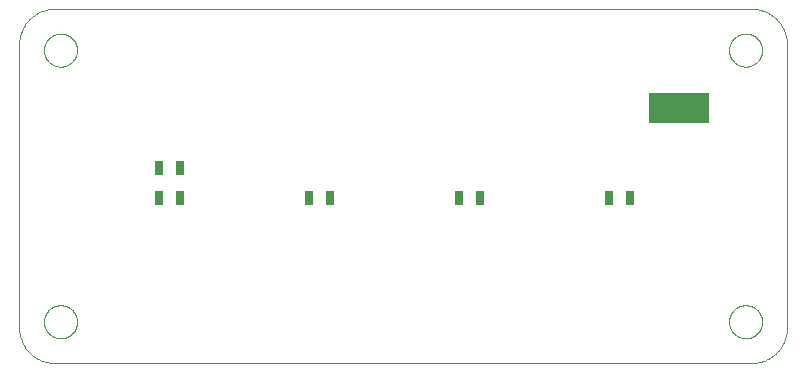
<source format=gtp>
G75*
%MOIN*%
%OFA0B0*%
%FSLAX25Y25*%
%IPPOS*%
%LPD*%
%AMOC8*
5,1,8,0,0,1.08239X$1,22.5*
%
%ADD10R,0.20000X0.10000*%
%ADD11R,0.03150X0.04724*%
%ADD12C,0.00000*%
D10*
X0225000Y0090000D03*
D11*
X0208543Y0060000D03*
X0201457Y0060000D03*
X0158543Y0060000D03*
X0151457Y0060000D03*
X0108543Y0060000D03*
X0101457Y0060000D03*
X0058543Y0060000D03*
X0051457Y0060000D03*
X0051457Y0070000D03*
X0058543Y0070000D03*
D12*
X0016811Y0005000D02*
X0249094Y0005000D01*
X0249379Y0005003D01*
X0249665Y0005014D01*
X0249950Y0005031D01*
X0250234Y0005055D01*
X0250518Y0005086D01*
X0250801Y0005124D01*
X0251082Y0005169D01*
X0251363Y0005220D01*
X0251643Y0005278D01*
X0251921Y0005343D01*
X0252197Y0005415D01*
X0252471Y0005493D01*
X0252744Y0005578D01*
X0253014Y0005670D01*
X0253282Y0005768D01*
X0253548Y0005872D01*
X0253811Y0005983D01*
X0254071Y0006100D01*
X0254329Y0006223D01*
X0254583Y0006353D01*
X0254834Y0006489D01*
X0255082Y0006630D01*
X0255326Y0006778D01*
X0255567Y0006931D01*
X0255803Y0007091D01*
X0256036Y0007256D01*
X0256265Y0007426D01*
X0256490Y0007602D01*
X0256710Y0007784D01*
X0256926Y0007970D01*
X0257137Y0008162D01*
X0257344Y0008359D01*
X0257546Y0008561D01*
X0257743Y0008768D01*
X0257935Y0008979D01*
X0258121Y0009195D01*
X0258303Y0009415D01*
X0258479Y0009640D01*
X0258649Y0009869D01*
X0258814Y0010102D01*
X0258974Y0010338D01*
X0259127Y0010579D01*
X0259275Y0010823D01*
X0259416Y0011071D01*
X0259552Y0011322D01*
X0259682Y0011576D01*
X0259805Y0011834D01*
X0259922Y0012094D01*
X0260033Y0012357D01*
X0260137Y0012623D01*
X0260235Y0012891D01*
X0260327Y0013161D01*
X0260412Y0013434D01*
X0260490Y0013708D01*
X0260562Y0013984D01*
X0260627Y0014262D01*
X0260685Y0014542D01*
X0260736Y0014823D01*
X0260781Y0015104D01*
X0260819Y0015387D01*
X0260850Y0015671D01*
X0260874Y0015955D01*
X0260891Y0016240D01*
X0260902Y0016526D01*
X0260905Y0016811D01*
X0260906Y0016811D02*
X0260906Y0111299D01*
X0260905Y0111299D02*
X0260902Y0111584D01*
X0260891Y0111870D01*
X0260874Y0112155D01*
X0260850Y0112439D01*
X0260819Y0112723D01*
X0260781Y0113006D01*
X0260736Y0113287D01*
X0260685Y0113568D01*
X0260627Y0113848D01*
X0260562Y0114126D01*
X0260490Y0114402D01*
X0260412Y0114676D01*
X0260327Y0114949D01*
X0260235Y0115219D01*
X0260137Y0115487D01*
X0260033Y0115753D01*
X0259922Y0116016D01*
X0259805Y0116276D01*
X0259682Y0116534D01*
X0259552Y0116788D01*
X0259416Y0117039D01*
X0259275Y0117287D01*
X0259127Y0117531D01*
X0258974Y0117772D01*
X0258814Y0118008D01*
X0258649Y0118241D01*
X0258479Y0118470D01*
X0258303Y0118695D01*
X0258121Y0118915D01*
X0257935Y0119131D01*
X0257743Y0119342D01*
X0257546Y0119549D01*
X0257344Y0119751D01*
X0257137Y0119948D01*
X0256926Y0120140D01*
X0256710Y0120326D01*
X0256490Y0120508D01*
X0256265Y0120684D01*
X0256036Y0120854D01*
X0255803Y0121019D01*
X0255567Y0121179D01*
X0255326Y0121332D01*
X0255082Y0121480D01*
X0254834Y0121621D01*
X0254583Y0121757D01*
X0254329Y0121887D01*
X0254071Y0122010D01*
X0253811Y0122127D01*
X0253548Y0122238D01*
X0253282Y0122342D01*
X0253014Y0122440D01*
X0252744Y0122532D01*
X0252471Y0122617D01*
X0252197Y0122695D01*
X0251921Y0122767D01*
X0251643Y0122832D01*
X0251363Y0122890D01*
X0251082Y0122941D01*
X0250801Y0122986D01*
X0250518Y0123024D01*
X0250234Y0123055D01*
X0249950Y0123079D01*
X0249665Y0123096D01*
X0249379Y0123107D01*
X0249094Y0123110D01*
X0016811Y0123110D01*
X0016526Y0123107D01*
X0016240Y0123096D01*
X0015955Y0123079D01*
X0015671Y0123055D01*
X0015387Y0123024D01*
X0015104Y0122986D01*
X0014823Y0122941D01*
X0014542Y0122890D01*
X0014262Y0122832D01*
X0013984Y0122767D01*
X0013708Y0122695D01*
X0013434Y0122617D01*
X0013161Y0122532D01*
X0012891Y0122440D01*
X0012623Y0122342D01*
X0012357Y0122238D01*
X0012094Y0122127D01*
X0011834Y0122010D01*
X0011576Y0121887D01*
X0011322Y0121757D01*
X0011071Y0121621D01*
X0010823Y0121480D01*
X0010579Y0121332D01*
X0010338Y0121179D01*
X0010102Y0121019D01*
X0009869Y0120854D01*
X0009640Y0120684D01*
X0009415Y0120508D01*
X0009195Y0120326D01*
X0008979Y0120140D01*
X0008768Y0119948D01*
X0008561Y0119751D01*
X0008359Y0119549D01*
X0008162Y0119342D01*
X0007970Y0119131D01*
X0007784Y0118915D01*
X0007602Y0118695D01*
X0007426Y0118470D01*
X0007256Y0118241D01*
X0007091Y0118008D01*
X0006931Y0117772D01*
X0006778Y0117531D01*
X0006630Y0117287D01*
X0006489Y0117039D01*
X0006353Y0116788D01*
X0006223Y0116534D01*
X0006100Y0116276D01*
X0005983Y0116016D01*
X0005872Y0115753D01*
X0005768Y0115487D01*
X0005670Y0115219D01*
X0005578Y0114949D01*
X0005493Y0114676D01*
X0005415Y0114402D01*
X0005343Y0114126D01*
X0005278Y0113848D01*
X0005220Y0113568D01*
X0005169Y0113287D01*
X0005124Y0113006D01*
X0005086Y0112723D01*
X0005055Y0112439D01*
X0005031Y0112155D01*
X0005014Y0111870D01*
X0005003Y0111584D01*
X0005000Y0111299D01*
X0005000Y0016811D01*
X0005003Y0016526D01*
X0005014Y0016240D01*
X0005031Y0015955D01*
X0005055Y0015671D01*
X0005086Y0015387D01*
X0005124Y0015104D01*
X0005169Y0014823D01*
X0005220Y0014542D01*
X0005278Y0014262D01*
X0005343Y0013984D01*
X0005415Y0013708D01*
X0005493Y0013434D01*
X0005578Y0013161D01*
X0005670Y0012891D01*
X0005768Y0012623D01*
X0005872Y0012357D01*
X0005983Y0012094D01*
X0006100Y0011834D01*
X0006223Y0011576D01*
X0006353Y0011322D01*
X0006489Y0011071D01*
X0006630Y0010823D01*
X0006778Y0010579D01*
X0006931Y0010338D01*
X0007091Y0010102D01*
X0007256Y0009869D01*
X0007426Y0009640D01*
X0007602Y0009415D01*
X0007784Y0009195D01*
X0007970Y0008979D01*
X0008162Y0008768D01*
X0008359Y0008561D01*
X0008561Y0008359D01*
X0008768Y0008162D01*
X0008979Y0007970D01*
X0009195Y0007784D01*
X0009415Y0007602D01*
X0009640Y0007426D01*
X0009869Y0007256D01*
X0010102Y0007091D01*
X0010338Y0006931D01*
X0010579Y0006778D01*
X0010823Y0006630D01*
X0011071Y0006489D01*
X0011322Y0006353D01*
X0011576Y0006223D01*
X0011834Y0006100D01*
X0012094Y0005983D01*
X0012357Y0005872D01*
X0012623Y0005768D01*
X0012891Y0005670D01*
X0013161Y0005578D01*
X0013434Y0005493D01*
X0013708Y0005415D01*
X0013984Y0005343D01*
X0014262Y0005278D01*
X0014542Y0005220D01*
X0014823Y0005169D01*
X0015104Y0005124D01*
X0015387Y0005086D01*
X0015671Y0005055D01*
X0015955Y0005031D01*
X0016240Y0005014D01*
X0016526Y0005003D01*
X0016811Y0005000D01*
X0013268Y0018780D02*
X0013270Y0018928D01*
X0013276Y0019076D01*
X0013286Y0019224D01*
X0013300Y0019371D01*
X0013318Y0019518D01*
X0013339Y0019664D01*
X0013365Y0019810D01*
X0013395Y0019955D01*
X0013428Y0020099D01*
X0013466Y0020242D01*
X0013507Y0020384D01*
X0013552Y0020525D01*
X0013600Y0020665D01*
X0013653Y0020804D01*
X0013709Y0020941D01*
X0013769Y0021076D01*
X0013832Y0021210D01*
X0013899Y0021342D01*
X0013970Y0021472D01*
X0014044Y0021600D01*
X0014121Y0021726D01*
X0014202Y0021850D01*
X0014286Y0021972D01*
X0014373Y0022091D01*
X0014464Y0022208D01*
X0014558Y0022323D01*
X0014654Y0022435D01*
X0014754Y0022545D01*
X0014856Y0022651D01*
X0014962Y0022755D01*
X0015070Y0022856D01*
X0015181Y0022954D01*
X0015294Y0023050D01*
X0015410Y0023142D01*
X0015528Y0023231D01*
X0015649Y0023316D01*
X0015772Y0023399D01*
X0015897Y0023478D01*
X0016024Y0023554D01*
X0016153Y0023626D01*
X0016284Y0023695D01*
X0016417Y0023760D01*
X0016552Y0023821D01*
X0016688Y0023879D01*
X0016825Y0023934D01*
X0016964Y0023984D01*
X0017105Y0024031D01*
X0017246Y0024074D01*
X0017389Y0024114D01*
X0017533Y0024149D01*
X0017677Y0024181D01*
X0017823Y0024208D01*
X0017969Y0024232D01*
X0018116Y0024252D01*
X0018263Y0024268D01*
X0018410Y0024280D01*
X0018558Y0024288D01*
X0018706Y0024292D01*
X0018854Y0024292D01*
X0019002Y0024288D01*
X0019150Y0024280D01*
X0019297Y0024268D01*
X0019444Y0024252D01*
X0019591Y0024232D01*
X0019737Y0024208D01*
X0019883Y0024181D01*
X0020027Y0024149D01*
X0020171Y0024114D01*
X0020314Y0024074D01*
X0020455Y0024031D01*
X0020596Y0023984D01*
X0020735Y0023934D01*
X0020872Y0023879D01*
X0021008Y0023821D01*
X0021143Y0023760D01*
X0021276Y0023695D01*
X0021407Y0023626D01*
X0021536Y0023554D01*
X0021663Y0023478D01*
X0021788Y0023399D01*
X0021911Y0023316D01*
X0022032Y0023231D01*
X0022150Y0023142D01*
X0022266Y0023050D01*
X0022379Y0022954D01*
X0022490Y0022856D01*
X0022598Y0022755D01*
X0022704Y0022651D01*
X0022806Y0022545D01*
X0022906Y0022435D01*
X0023002Y0022323D01*
X0023096Y0022208D01*
X0023187Y0022091D01*
X0023274Y0021972D01*
X0023358Y0021850D01*
X0023439Y0021726D01*
X0023516Y0021600D01*
X0023590Y0021472D01*
X0023661Y0021342D01*
X0023728Y0021210D01*
X0023791Y0021076D01*
X0023851Y0020941D01*
X0023907Y0020804D01*
X0023960Y0020665D01*
X0024008Y0020525D01*
X0024053Y0020384D01*
X0024094Y0020242D01*
X0024132Y0020099D01*
X0024165Y0019955D01*
X0024195Y0019810D01*
X0024221Y0019664D01*
X0024242Y0019518D01*
X0024260Y0019371D01*
X0024274Y0019224D01*
X0024284Y0019076D01*
X0024290Y0018928D01*
X0024292Y0018780D01*
X0024290Y0018632D01*
X0024284Y0018484D01*
X0024274Y0018336D01*
X0024260Y0018189D01*
X0024242Y0018042D01*
X0024221Y0017896D01*
X0024195Y0017750D01*
X0024165Y0017605D01*
X0024132Y0017461D01*
X0024094Y0017318D01*
X0024053Y0017176D01*
X0024008Y0017035D01*
X0023960Y0016895D01*
X0023907Y0016756D01*
X0023851Y0016619D01*
X0023791Y0016484D01*
X0023728Y0016350D01*
X0023661Y0016218D01*
X0023590Y0016088D01*
X0023516Y0015960D01*
X0023439Y0015834D01*
X0023358Y0015710D01*
X0023274Y0015588D01*
X0023187Y0015469D01*
X0023096Y0015352D01*
X0023002Y0015237D01*
X0022906Y0015125D01*
X0022806Y0015015D01*
X0022704Y0014909D01*
X0022598Y0014805D01*
X0022490Y0014704D01*
X0022379Y0014606D01*
X0022266Y0014510D01*
X0022150Y0014418D01*
X0022032Y0014329D01*
X0021911Y0014244D01*
X0021788Y0014161D01*
X0021663Y0014082D01*
X0021536Y0014006D01*
X0021407Y0013934D01*
X0021276Y0013865D01*
X0021143Y0013800D01*
X0021008Y0013739D01*
X0020872Y0013681D01*
X0020735Y0013626D01*
X0020596Y0013576D01*
X0020455Y0013529D01*
X0020314Y0013486D01*
X0020171Y0013446D01*
X0020027Y0013411D01*
X0019883Y0013379D01*
X0019737Y0013352D01*
X0019591Y0013328D01*
X0019444Y0013308D01*
X0019297Y0013292D01*
X0019150Y0013280D01*
X0019002Y0013272D01*
X0018854Y0013268D01*
X0018706Y0013268D01*
X0018558Y0013272D01*
X0018410Y0013280D01*
X0018263Y0013292D01*
X0018116Y0013308D01*
X0017969Y0013328D01*
X0017823Y0013352D01*
X0017677Y0013379D01*
X0017533Y0013411D01*
X0017389Y0013446D01*
X0017246Y0013486D01*
X0017105Y0013529D01*
X0016964Y0013576D01*
X0016825Y0013626D01*
X0016688Y0013681D01*
X0016552Y0013739D01*
X0016417Y0013800D01*
X0016284Y0013865D01*
X0016153Y0013934D01*
X0016024Y0014006D01*
X0015897Y0014082D01*
X0015772Y0014161D01*
X0015649Y0014244D01*
X0015528Y0014329D01*
X0015410Y0014418D01*
X0015294Y0014510D01*
X0015181Y0014606D01*
X0015070Y0014704D01*
X0014962Y0014805D01*
X0014856Y0014909D01*
X0014754Y0015015D01*
X0014654Y0015125D01*
X0014558Y0015237D01*
X0014464Y0015352D01*
X0014373Y0015469D01*
X0014286Y0015588D01*
X0014202Y0015710D01*
X0014121Y0015834D01*
X0014044Y0015960D01*
X0013970Y0016088D01*
X0013899Y0016218D01*
X0013832Y0016350D01*
X0013769Y0016484D01*
X0013709Y0016619D01*
X0013653Y0016756D01*
X0013600Y0016895D01*
X0013552Y0017035D01*
X0013507Y0017176D01*
X0013466Y0017318D01*
X0013428Y0017461D01*
X0013395Y0017605D01*
X0013365Y0017750D01*
X0013339Y0017896D01*
X0013318Y0018042D01*
X0013300Y0018189D01*
X0013286Y0018336D01*
X0013276Y0018484D01*
X0013270Y0018632D01*
X0013268Y0018780D01*
X0013268Y0109331D02*
X0013270Y0109479D01*
X0013276Y0109627D01*
X0013286Y0109775D01*
X0013300Y0109922D01*
X0013318Y0110069D01*
X0013339Y0110215D01*
X0013365Y0110361D01*
X0013395Y0110506D01*
X0013428Y0110650D01*
X0013466Y0110793D01*
X0013507Y0110935D01*
X0013552Y0111076D01*
X0013600Y0111216D01*
X0013653Y0111355D01*
X0013709Y0111492D01*
X0013769Y0111627D01*
X0013832Y0111761D01*
X0013899Y0111893D01*
X0013970Y0112023D01*
X0014044Y0112151D01*
X0014121Y0112277D01*
X0014202Y0112401D01*
X0014286Y0112523D01*
X0014373Y0112642D01*
X0014464Y0112759D01*
X0014558Y0112874D01*
X0014654Y0112986D01*
X0014754Y0113096D01*
X0014856Y0113202D01*
X0014962Y0113306D01*
X0015070Y0113407D01*
X0015181Y0113505D01*
X0015294Y0113601D01*
X0015410Y0113693D01*
X0015528Y0113782D01*
X0015649Y0113867D01*
X0015772Y0113950D01*
X0015897Y0114029D01*
X0016024Y0114105D01*
X0016153Y0114177D01*
X0016284Y0114246D01*
X0016417Y0114311D01*
X0016552Y0114372D01*
X0016688Y0114430D01*
X0016825Y0114485D01*
X0016964Y0114535D01*
X0017105Y0114582D01*
X0017246Y0114625D01*
X0017389Y0114665D01*
X0017533Y0114700D01*
X0017677Y0114732D01*
X0017823Y0114759D01*
X0017969Y0114783D01*
X0018116Y0114803D01*
X0018263Y0114819D01*
X0018410Y0114831D01*
X0018558Y0114839D01*
X0018706Y0114843D01*
X0018854Y0114843D01*
X0019002Y0114839D01*
X0019150Y0114831D01*
X0019297Y0114819D01*
X0019444Y0114803D01*
X0019591Y0114783D01*
X0019737Y0114759D01*
X0019883Y0114732D01*
X0020027Y0114700D01*
X0020171Y0114665D01*
X0020314Y0114625D01*
X0020455Y0114582D01*
X0020596Y0114535D01*
X0020735Y0114485D01*
X0020872Y0114430D01*
X0021008Y0114372D01*
X0021143Y0114311D01*
X0021276Y0114246D01*
X0021407Y0114177D01*
X0021536Y0114105D01*
X0021663Y0114029D01*
X0021788Y0113950D01*
X0021911Y0113867D01*
X0022032Y0113782D01*
X0022150Y0113693D01*
X0022266Y0113601D01*
X0022379Y0113505D01*
X0022490Y0113407D01*
X0022598Y0113306D01*
X0022704Y0113202D01*
X0022806Y0113096D01*
X0022906Y0112986D01*
X0023002Y0112874D01*
X0023096Y0112759D01*
X0023187Y0112642D01*
X0023274Y0112523D01*
X0023358Y0112401D01*
X0023439Y0112277D01*
X0023516Y0112151D01*
X0023590Y0112023D01*
X0023661Y0111893D01*
X0023728Y0111761D01*
X0023791Y0111627D01*
X0023851Y0111492D01*
X0023907Y0111355D01*
X0023960Y0111216D01*
X0024008Y0111076D01*
X0024053Y0110935D01*
X0024094Y0110793D01*
X0024132Y0110650D01*
X0024165Y0110506D01*
X0024195Y0110361D01*
X0024221Y0110215D01*
X0024242Y0110069D01*
X0024260Y0109922D01*
X0024274Y0109775D01*
X0024284Y0109627D01*
X0024290Y0109479D01*
X0024292Y0109331D01*
X0024290Y0109183D01*
X0024284Y0109035D01*
X0024274Y0108887D01*
X0024260Y0108740D01*
X0024242Y0108593D01*
X0024221Y0108447D01*
X0024195Y0108301D01*
X0024165Y0108156D01*
X0024132Y0108012D01*
X0024094Y0107869D01*
X0024053Y0107727D01*
X0024008Y0107586D01*
X0023960Y0107446D01*
X0023907Y0107307D01*
X0023851Y0107170D01*
X0023791Y0107035D01*
X0023728Y0106901D01*
X0023661Y0106769D01*
X0023590Y0106639D01*
X0023516Y0106511D01*
X0023439Y0106385D01*
X0023358Y0106261D01*
X0023274Y0106139D01*
X0023187Y0106020D01*
X0023096Y0105903D01*
X0023002Y0105788D01*
X0022906Y0105676D01*
X0022806Y0105566D01*
X0022704Y0105460D01*
X0022598Y0105356D01*
X0022490Y0105255D01*
X0022379Y0105157D01*
X0022266Y0105061D01*
X0022150Y0104969D01*
X0022032Y0104880D01*
X0021911Y0104795D01*
X0021788Y0104712D01*
X0021663Y0104633D01*
X0021536Y0104557D01*
X0021407Y0104485D01*
X0021276Y0104416D01*
X0021143Y0104351D01*
X0021008Y0104290D01*
X0020872Y0104232D01*
X0020735Y0104177D01*
X0020596Y0104127D01*
X0020455Y0104080D01*
X0020314Y0104037D01*
X0020171Y0103997D01*
X0020027Y0103962D01*
X0019883Y0103930D01*
X0019737Y0103903D01*
X0019591Y0103879D01*
X0019444Y0103859D01*
X0019297Y0103843D01*
X0019150Y0103831D01*
X0019002Y0103823D01*
X0018854Y0103819D01*
X0018706Y0103819D01*
X0018558Y0103823D01*
X0018410Y0103831D01*
X0018263Y0103843D01*
X0018116Y0103859D01*
X0017969Y0103879D01*
X0017823Y0103903D01*
X0017677Y0103930D01*
X0017533Y0103962D01*
X0017389Y0103997D01*
X0017246Y0104037D01*
X0017105Y0104080D01*
X0016964Y0104127D01*
X0016825Y0104177D01*
X0016688Y0104232D01*
X0016552Y0104290D01*
X0016417Y0104351D01*
X0016284Y0104416D01*
X0016153Y0104485D01*
X0016024Y0104557D01*
X0015897Y0104633D01*
X0015772Y0104712D01*
X0015649Y0104795D01*
X0015528Y0104880D01*
X0015410Y0104969D01*
X0015294Y0105061D01*
X0015181Y0105157D01*
X0015070Y0105255D01*
X0014962Y0105356D01*
X0014856Y0105460D01*
X0014754Y0105566D01*
X0014654Y0105676D01*
X0014558Y0105788D01*
X0014464Y0105903D01*
X0014373Y0106020D01*
X0014286Y0106139D01*
X0014202Y0106261D01*
X0014121Y0106385D01*
X0014044Y0106511D01*
X0013970Y0106639D01*
X0013899Y0106769D01*
X0013832Y0106901D01*
X0013769Y0107035D01*
X0013709Y0107170D01*
X0013653Y0107307D01*
X0013600Y0107446D01*
X0013552Y0107586D01*
X0013507Y0107727D01*
X0013466Y0107869D01*
X0013428Y0108012D01*
X0013395Y0108156D01*
X0013365Y0108301D01*
X0013339Y0108447D01*
X0013318Y0108593D01*
X0013300Y0108740D01*
X0013286Y0108887D01*
X0013276Y0109035D01*
X0013270Y0109183D01*
X0013268Y0109331D01*
X0241614Y0109331D02*
X0241616Y0109479D01*
X0241622Y0109627D01*
X0241632Y0109775D01*
X0241646Y0109922D01*
X0241664Y0110069D01*
X0241685Y0110215D01*
X0241711Y0110361D01*
X0241741Y0110506D01*
X0241774Y0110650D01*
X0241812Y0110793D01*
X0241853Y0110935D01*
X0241898Y0111076D01*
X0241946Y0111216D01*
X0241999Y0111355D01*
X0242055Y0111492D01*
X0242115Y0111627D01*
X0242178Y0111761D01*
X0242245Y0111893D01*
X0242316Y0112023D01*
X0242390Y0112151D01*
X0242467Y0112277D01*
X0242548Y0112401D01*
X0242632Y0112523D01*
X0242719Y0112642D01*
X0242810Y0112759D01*
X0242904Y0112874D01*
X0243000Y0112986D01*
X0243100Y0113096D01*
X0243202Y0113202D01*
X0243308Y0113306D01*
X0243416Y0113407D01*
X0243527Y0113505D01*
X0243640Y0113601D01*
X0243756Y0113693D01*
X0243874Y0113782D01*
X0243995Y0113867D01*
X0244118Y0113950D01*
X0244243Y0114029D01*
X0244370Y0114105D01*
X0244499Y0114177D01*
X0244630Y0114246D01*
X0244763Y0114311D01*
X0244898Y0114372D01*
X0245034Y0114430D01*
X0245171Y0114485D01*
X0245310Y0114535D01*
X0245451Y0114582D01*
X0245592Y0114625D01*
X0245735Y0114665D01*
X0245879Y0114700D01*
X0246023Y0114732D01*
X0246169Y0114759D01*
X0246315Y0114783D01*
X0246462Y0114803D01*
X0246609Y0114819D01*
X0246756Y0114831D01*
X0246904Y0114839D01*
X0247052Y0114843D01*
X0247200Y0114843D01*
X0247348Y0114839D01*
X0247496Y0114831D01*
X0247643Y0114819D01*
X0247790Y0114803D01*
X0247937Y0114783D01*
X0248083Y0114759D01*
X0248229Y0114732D01*
X0248373Y0114700D01*
X0248517Y0114665D01*
X0248660Y0114625D01*
X0248801Y0114582D01*
X0248942Y0114535D01*
X0249081Y0114485D01*
X0249218Y0114430D01*
X0249354Y0114372D01*
X0249489Y0114311D01*
X0249622Y0114246D01*
X0249753Y0114177D01*
X0249882Y0114105D01*
X0250009Y0114029D01*
X0250134Y0113950D01*
X0250257Y0113867D01*
X0250378Y0113782D01*
X0250496Y0113693D01*
X0250612Y0113601D01*
X0250725Y0113505D01*
X0250836Y0113407D01*
X0250944Y0113306D01*
X0251050Y0113202D01*
X0251152Y0113096D01*
X0251252Y0112986D01*
X0251348Y0112874D01*
X0251442Y0112759D01*
X0251533Y0112642D01*
X0251620Y0112523D01*
X0251704Y0112401D01*
X0251785Y0112277D01*
X0251862Y0112151D01*
X0251936Y0112023D01*
X0252007Y0111893D01*
X0252074Y0111761D01*
X0252137Y0111627D01*
X0252197Y0111492D01*
X0252253Y0111355D01*
X0252306Y0111216D01*
X0252354Y0111076D01*
X0252399Y0110935D01*
X0252440Y0110793D01*
X0252478Y0110650D01*
X0252511Y0110506D01*
X0252541Y0110361D01*
X0252567Y0110215D01*
X0252588Y0110069D01*
X0252606Y0109922D01*
X0252620Y0109775D01*
X0252630Y0109627D01*
X0252636Y0109479D01*
X0252638Y0109331D01*
X0252636Y0109183D01*
X0252630Y0109035D01*
X0252620Y0108887D01*
X0252606Y0108740D01*
X0252588Y0108593D01*
X0252567Y0108447D01*
X0252541Y0108301D01*
X0252511Y0108156D01*
X0252478Y0108012D01*
X0252440Y0107869D01*
X0252399Y0107727D01*
X0252354Y0107586D01*
X0252306Y0107446D01*
X0252253Y0107307D01*
X0252197Y0107170D01*
X0252137Y0107035D01*
X0252074Y0106901D01*
X0252007Y0106769D01*
X0251936Y0106639D01*
X0251862Y0106511D01*
X0251785Y0106385D01*
X0251704Y0106261D01*
X0251620Y0106139D01*
X0251533Y0106020D01*
X0251442Y0105903D01*
X0251348Y0105788D01*
X0251252Y0105676D01*
X0251152Y0105566D01*
X0251050Y0105460D01*
X0250944Y0105356D01*
X0250836Y0105255D01*
X0250725Y0105157D01*
X0250612Y0105061D01*
X0250496Y0104969D01*
X0250378Y0104880D01*
X0250257Y0104795D01*
X0250134Y0104712D01*
X0250009Y0104633D01*
X0249882Y0104557D01*
X0249753Y0104485D01*
X0249622Y0104416D01*
X0249489Y0104351D01*
X0249354Y0104290D01*
X0249218Y0104232D01*
X0249081Y0104177D01*
X0248942Y0104127D01*
X0248801Y0104080D01*
X0248660Y0104037D01*
X0248517Y0103997D01*
X0248373Y0103962D01*
X0248229Y0103930D01*
X0248083Y0103903D01*
X0247937Y0103879D01*
X0247790Y0103859D01*
X0247643Y0103843D01*
X0247496Y0103831D01*
X0247348Y0103823D01*
X0247200Y0103819D01*
X0247052Y0103819D01*
X0246904Y0103823D01*
X0246756Y0103831D01*
X0246609Y0103843D01*
X0246462Y0103859D01*
X0246315Y0103879D01*
X0246169Y0103903D01*
X0246023Y0103930D01*
X0245879Y0103962D01*
X0245735Y0103997D01*
X0245592Y0104037D01*
X0245451Y0104080D01*
X0245310Y0104127D01*
X0245171Y0104177D01*
X0245034Y0104232D01*
X0244898Y0104290D01*
X0244763Y0104351D01*
X0244630Y0104416D01*
X0244499Y0104485D01*
X0244370Y0104557D01*
X0244243Y0104633D01*
X0244118Y0104712D01*
X0243995Y0104795D01*
X0243874Y0104880D01*
X0243756Y0104969D01*
X0243640Y0105061D01*
X0243527Y0105157D01*
X0243416Y0105255D01*
X0243308Y0105356D01*
X0243202Y0105460D01*
X0243100Y0105566D01*
X0243000Y0105676D01*
X0242904Y0105788D01*
X0242810Y0105903D01*
X0242719Y0106020D01*
X0242632Y0106139D01*
X0242548Y0106261D01*
X0242467Y0106385D01*
X0242390Y0106511D01*
X0242316Y0106639D01*
X0242245Y0106769D01*
X0242178Y0106901D01*
X0242115Y0107035D01*
X0242055Y0107170D01*
X0241999Y0107307D01*
X0241946Y0107446D01*
X0241898Y0107586D01*
X0241853Y0107727D01*
X0241812Y0107869D01*
X0241774Y0108012D01*
X0241741Y0108156D01*
X0241711Y0108301D01*
X0241685Y0108447D01*
X0241664Y0108593D01*
X0241646Y0108740D01*
X0241632Y0108887D01*
X0241622Y0109035D01*
X0241616Y0109183D01*
X0241614Y0109331D01*
X0241614Y0018780D02*
X0241616Y0018928D01*
X0241622Y0019076D01*
X0241632Y0019224D01*
X0241646Y0019371D01*
X0241664Y0019518D01*
X0241685Y0019664D01*
X0241711Y0019810D01*
X0241741Y0019955D01*
X0241774Y0020099D01*
X0241812Y0020242D01*
X0241853Y0020384D01*
X0241898Y0020525D01*
X0241946Y0020665D01*
X0241999Y0020804D01*
X0242055Y0020941D01*
X0242115Y0021076D01*
X0242178Y0021210D01*
X0242245Y0021342D01*
X0242316Y0021472D01*
X0242390Y0021600D01*
X0242467Y0021726D01*
X0242548Y0021850D01*
X0242632Y0021972D01*
X0242719Y0022091D01*
X0242810Y0022208D01*
X0242904Y0022323D01*
X0243000Y0022435D01*
X0243100Y0022545D01*
X0243202Y0022651D01*
X0243308Y0022755D01*
X0243416Y0022856D01*
X0243527Y0022954D01*
X0243640Y0023050D01*
X0243756Y0023142D01*
X0243874Y0023231D01*
X0243995Y0023316D01*
X0244118Y0023399D01*
X0244243Y0023478D01*
X0244370Y0023554D01*
X0244499Y0023626D01*
X0244630Y0023695D01*
X0244763Y0023760D01*
X0244898Y0023821D01*
X0245034Y0023879D01*
X0245171Y0023934D01*
X0245310Y0023984D01*
X0245451Y0024031D01*
X0245592Y0024074D01*
X0245735Y0024114D01*
X0245879Y0024149D01*
X0246023Y0024181D01*
X0246169Y0024208D01*
X0246315Y0024232D01*
X0246462Y0024252D01*
X0246609Y0024268D01*
X0246756Y0024280D01*
X0246904Y0024288D01*
X0247052Y0024292D01*
X0247200Y0024292D01*
X0247348Y0024288D01*
X0247496Y0024280D01*
X0247643Y0024268D01*
X0247790Y0024252D01*
X0247937Y0024232D01*
X0248083Y0024208D01*
X0248229Y0024181D01*
X0248373Y0024149D01*
X0248517Y0024114D01*
X0248660Y0024074D01*
X0248801Y0024031D01*
X0248942Y0023984D01*
X0249081Y0023934D01*
X0249218Y0023879D01*
X0249354Y0023821D01*
X0249489Y0023760D01*
X0249622Y0023695D01*
X0249753Y0023626D01*
X0249882Y0023554D01*
X0250009Y0023478D01*
X0250134Y0023399D01*
X0250257Y0023316D01*
X0250378Y0023231D01*
X0250496Y0023142D01*
X0250612Y0023050D01*
X0250725Y0022954D01*
X0250836Y0022856D01*
X0250944Y0022755D01*
X0251050Y0022651D01*
X0251152Y0022545D01*
X0251252Y0022435D01*
X0251348Y0022323D01*
X0251442Y0022208D01*
X0251533Y0022091D01*
X0251620Y0021972D01*
X0251704Y0021850D01*
X0251785Y0021726D01*
X0251862Y0021600D01*
X0251936Y0021472D01*
X0252007Y0021342D01*
X0252074Y0021210D01*
X0252137Y0021076D01*
X0252197Y0020941D01*
X0252253Y0020804D01*
X0252306Y0020665D01*
X0252354Y0020525D01*
X0252399Y0020384D01*
X0252440Y0020242D01*
X0252478Y0020099D01*
X0252511Y0019955D01*
X0252541Y0019810D01*
X0252567Y0019664D01*
X0252588Y0019518D01*
X0252606Y0019371D01*
X0252620Y0019224D01*
X0252630Y0019076D01*
X0252636Y0018928D01*
X0252638Y0018780D01*
X0252636Y0018632D01*
X0252630Y0018484D01*
X0252620Y0018336D01*
X0252606Y0018189D01*
X0252588Y0018042D01*
X0252567Y0017896D01*
X0252541Y0017750D01*
X0252511Y0017605D01*
X0252478Y0017461D01*
X0252440Y0017318D01*
X0252399Y0017176D01*
X0252354Y0017035D01*
X0252306Y0016895D01*
X0252253Y0016756D01*
X0252197Y0016619D01*
X0252137Y0016484D01*
X0252074Y0016350D01*
X0252007Y0016218D01*
X0251936Y0016088D01*
X0251862Y0015960D01*
X0251785Y0015834D01*
X0251704Y0015710D01*
X0251620Y0015588D01*
X0251533Y0015469D01*
X0251442Y0015352D01*
X0251348Y0015237D01*
X0251252Y0015125D01*
X0251152Y0015015D01*
X0251050Y0014909D01*
X0250944Y0014805D01*
X0250836Y0014704D01*
X0250725Y0014606D01*
X0250612Y0014510D01*
X0250496Y0014418D01*
X0250378Y0014329D01*
X0250257Y0014244D01*
X0250134Y0014161D01*
X0250009Y0014082D01*
X0249882Y0014006D01*
X0249753Y0013934D01*
X0249622Y0013865D01*
X0249489Y0013800D01*
X0249354Y0013739D01*
X0249218Y0013681D01*
X0249081Y0013626D01*
X0248942Y0013576D01*
X0248801Y0013529D01*
X0248660Y0013486D01*
X0248517Y0013446D01*
X0248373Y0013411D01*
X0248229Y0013379D01*
X0248083Y0013352D01*
X0247937Y0013328D01*
X0247790Y0013308D01*
X0247643Y0013292D01*
X0247496Y0013280D01*
X0247348Y0013272D01*
X0247200Y0013268D01*
X0247052Y0013268D01*
X0246904Y0013272D01*
X0246756Y0013280D01*
X0246609Y0013292D01*
X0246462Y0013308D01*
X0246315Y0013328D01*
X0246169Y0013352D01*
X0246023Y0013379D01*
X0245879Y0013411D01*
X0245735Y0013446D01*
X0245592Y0013486D01*
X0245451Y0013529D01*
X0245310Y0013576D01*
X0245171Y0013626D01*
X0245034Y0013681D01*
X0244898Y0013739D01*
X0244763Y0013800D01*
X0244630Y0013865D01*
X0244499Y0013934D01*
X0244370Y0014006D01*
X0244243Y0014082D01*
X0244118Y0014161D01*
X0243995Y0014244D01*
X0243874Y0014329D01*
X0243756Y0014418D01*
X0243640Y0014510D01*
X0243527Y0014606D01*
X0243416Y0014704D01*
X0243308Y0014805D01*
X0243202Y0014909D01*
X0243100Y0015015D01*
X0243000Y0015125D01*
X0242904Y0015237D01*
X0242810Y0015352D01*
X0242719Y0015469D01*
X0242632Y0015588D01*
X0242548Y0015710D01*
X0242467Y0015834D01*
X0242390Y0015960D01*
X0242316Y0016088D01*
X0242245Y0016218D01*
X0242178Y0016350D01*
X0242115Y0016484D01*
X0242055Y0016619D01*
X0241999Y0016756D01*
X0241946Y0016895D01*
X0241898Y0017035D01*
X0241853Y0017176D01*
X0241812Y0017318D01*
X0241774Y0017461D01*
X0241741Y0017605D01*
X0241711Y0017750D01*
X0241685Y0017896D01*
X0241664Y0018042D01*
X0241646Y0018189D01*
X0241632Y0018336D01*
X0241622Y0018484D01*
X0241616Y0018632D01*
X0241614Y0018780D01*
M02*

</source>
